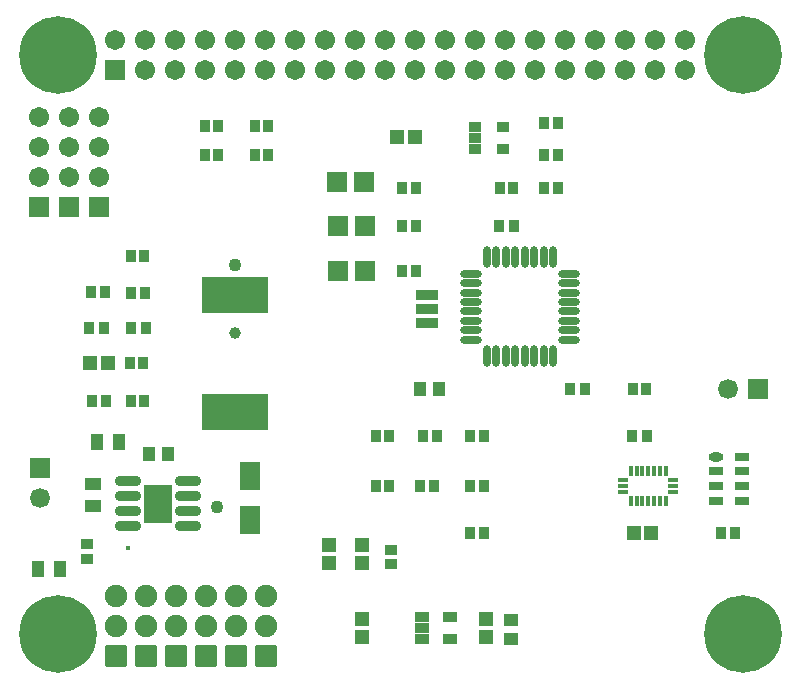
<source format=gts>
G04 Layer_Color=20142*
%FSLAX25Y25*%
%MOIN*%
G70*
G01*
G75*
%ADD63R,0.07346X0.03446*%
%ADD64R,0.21906X0.12063*%
%ADD65O,0.07142X0.02811*%
%ADD66O,0.02811X0.07142*%
%ADD67R,0.04189X0.03205*%
%ADD68R,0.07142X0.09701*%
%ADD69R,0.06646X0.06646*%
%ADD70R,0.03402X0.03992*%
%ADD71R,0.03992X0.03402*%
%ADD72R,0.05764X0.04189*%
%ADD73R,0.04976X0.03205*%
%ADD74R,0.04976X0.03008*%
%ADD75O,0.04976X0.03008*%
%ADD76R,0.04780X0.04583*%
%ADD77R,0.09701X0.12850*%
%ADD78O,0.08913X0.03402*%
%ADD79R,0.03303X0.01630*%
%ADD80R,0.01630X0.03303*%
%ADD81R,0.03598X0.03992*%
%ADD82R,0.04189X0.04583*%
%ADD83R,0.04583X0.04780*%
%ADD84R,0.04583X0.04189*%
%ADD85R,0.03992X0.03598*%
%ADD86R,0.04189X0.05764*%
%ADD87R,0.06748X0.06748*%
%ADD88C,0.06748*%
G04:AMPARAMS|DCode=89|XSize=75.35mil|YSize=75.35mil|CornerRadius=10.12mil|HoleSize=0mil|Usage=FLASHONLY|Rotation=90.000|XOffset=0mil|YOffset=0mil|HoleType=Round|Shape=RoundedRectangle|*
%AMROUNDEDRECTD89*
21,1,0.07535,0.05512,0,0,90.0*
21,1,0.05512,0.07535,0,0,90.0*
1,1,0.02024,0.02756,0.02756*
1,1,0.02024,0.02756,-0.02756*
1,1,0.02024,-0.02756,-0.02756*
1,1,0.02024,-0.02756,0.02756*
%
%ADD89ROUNDEDRECTD89*%
%ADD90C,0.07535*%
%ADD91C,0.06646*%
%ADD92R,0.06646X0.06646*%
%ADD93C,0.25843*%
%ADD94C,0.03244*%
%ADD95C,0.01457*%
%ADD96C,0.03937*%
%ADD97C,0.04331*%
D63*
X156496Y137008D02*
D03*
Y141732D02*
D03*
Y146532D02*
D03*
D64*
X92520Y146457D02*
D03*
Y107480D02*
D03*
D65*
X171063Y153524D02*
D03*
Y150374D02*
D03*
Y147224D02*
D03*
Y144075D02*
D03*
Y140925D02*
D03*
Y137776D02*
D03*
Y134626D02*
D03*
Y131476D02*
D03*
X203937D02*
D03*
Y134626D02*
D03*
Y137776D02*
D03*
Y140925D02*
D03*
Y144075D02*
D03*
Y147224D02*
D03*
Y150374D02*
D03*
Y153524D02*
D03*
D66*
X176476Y126063D02*
D03*
X179626D02*
D03*
X182776D02*
D03*
X185925D02*
D03*
X189075D02*
D03*
X192224D02*
D03*
X195374D02*
D03*
X198524D02*
D03*
Y158937D02*
D03*
X195374D02*
D03*
X192224D02*
D03*
X189075D02*
D03*
X185925D02*
D03*
X182776D02*
D03*
X179626D02*
D03*
X176476D02*
D03*
D67*
X181890Y202559D02*
D03*
Y195079D02*
D03*
X172441D02*
D03*
Y198819D02*
D03*
Y202559D02*
D03*
D68*
X97441Y71457D02*
D03*
Y86024D02*
D03*
D69*
X126406Y184055D02*
D03*
X135406D02*
D03*
X135827Y169291D02*
D03*
X126827D02*
D03*
X135827Y154528D02*
D03*
X126827D02*
D03*
X266811Y115157D02*
D03*
D70*
X195571Y192913D02*
D03*
X200098D02*
D03*
Y203740D02*
D03*
X195571D02*
D03*
X185335Y182087D02*
D03*
X180807D02*
D03*
X82382Y202756D02*
D03*
X86909D02*
D03*
X99114D02*
D03*
X103642D02*
D03*
X82382Y192913D02*
D03*
X86910D02*
D03*
X99114D02*
D03*
X103642D02*
D03*
X148327Y154528D02*
D03*
X152854D02*
D03*
X148327Y169291D02*
D03*
X152854D02*
D03*
X139468Y99409D02*
D03*
X143996D02*
D03*
X148327Y182087D02*
D03*
X152854D02*
D03*
X155217Y99409D02*
D03*
X159744D02*
D03*
X139468Y82677D02*
D03*
X143996D02*
D03*
X170965Y99409D02*
D03*
X175492D02*
D03*
X154232Y82677D02*
D03*
X158760D02*
D03*
X170965D02*
D03*
X175492D02*
D03*
X170965Y66929D02*
D03*
X175492D02*
D03*
X62303Y159449D02*
D03*
X57776D02*
D03*
X62500Y147107D02*
D03*
X57972D02*
D03*
X62008Y123701D02*
D03*
X57480D02*
D03*
X57776Y111220D02*
D03*
X62303D02*
D03*
X200098Y182087D02*
D03*
X195571D02*
D03*
X44980Y111220D02*
D03*
X49508D02*
D03*
X229626Y115157D02*
D03*
X225098D02*
D03*
D71*
X43307Y63484D02*
D03*
Y58563D02*
D03*
D72*
X45276Y75984D02*
D03*
Y83465D02*
D03*
Y75984D02*
D03*
Y83465D02*
D03*
D73*
X164173Y39173D02*
D03*
Y31693D02*
D03*
X154724D02*
D03*
Y35433D02*
D03*
Y39173D02*
D03*
D74*
X261516Y92520D02*
D03*
Y87598D02*
D03*
Y82677D02*
D03*
Y77756D02*
D03*
X252953D02*
D03*
Y82677D02*
D03*
Y87598D02*
D03*
D75*
Y92520D02*
D03*
D76*
X152559Y199213D02*
D03*
X146654D02*
D03*
X225394Y66929D02*
D03*
X231299D02*
D03*
X50197Y123701D02*
D03*
X44291D02*
D03*
D77*
X66929Y76772D02*
D03*
D78*
X76969Y69272D02*
D03*
Y74272D02*
D03*
Y79272D02*
D03*
Y84272D02*
D03*
X56890Y69272D02*
D03*
Y74272D02*
D03*
Y79272D02*
D03*
Y84272D02*
D03*
D79*
X221998Y84596D02*
D03*
Y82628D02*
D03*
Y80659D02*
D03*
X238632D02*
D03*
Y82628D02*
D03*
Y84596D02*
D03*
D80*
X224410Y77657D02*
D03*
X226378D02*
D03*
X228347D02*
D03*
X230315D02*
D03*
X232284D02*
D03*
X234252D02*
D03*
X236221D02*
D03*
Y87598D02*
D03*
X234252D02*
D03*
X232284D02*
D03*
X230315D02*
D03*
X228347D02*
D03*
X226378D02*
D03*
X224410D02*
D03*
D81*
X180610Y169291D02*
D03*
X185531D02*
D03*
X254429Y66929D02*
D03*
X259350D02*
D03*
X229823Y99409D02*
D03*
X224902D02*
D03*
X44390Y147244D02*
D03*
X49311D02*
D03*
X43996Y135433D02*
D03*
X48917D02*
D03*
X57775D02*
D03*
X62697D02*
D03*
X204232Y115157D02*
D03*
X209154D02*
D03*
D82*
X160630D02*
D03*
X154331D02*
D03*
X70079Y93504D02*
D03*
X63780D02*
D03*
D83*
X176181Y38386D02*
D03*
Y32480D02*
D03*
X134843Y38386D02*
D03*
Y32480D02*
D03*
X124016Y62992D02*
D03*
Y57087D02*
D03*
X134843Y62992D02*
D03*
Y57087D02*
D03*
D84*
X184646Y31890D02*
D03*
Y38189D02*
D03*
D85*
X144685Y61516D02*
D03*
Y56594D02*
D03*
D86*
X53937Y97441D02*
D03*
X46457D02*
D03*
X53937D02*
D03*
X46457D02*
D03*
X26772Y55118D02*
D03*
X34252D02*
D03*
X26772D02*
D03*
X34252D02*
D03*
D87*
X52638Y221378D02*
D03*
X37106Y175866D02*
D03*
X47106Y175866D02*
D03*
X27106Y175866D02*
D03*
D88*
X52638Y231378D02*
D03*
X62638D02*
D03*
Y221378D02*
D03*
X72638D02*
D03*
Y231378D02*
D03*
X92638D02*
D03*
Y221378D02*
D03*
X82638D02*
D03*
Y231378D02*
D03*
X122638D02*
D03*
Y221378D02*
D03*
X132638D02*
D03*
Y231378D02*
D03*
X112638D02*
D03*
Y221378D02*
D03*
X102638D02*
D03*
Y231378D02*
D03*
X152638D02*
D03*
Y221378D02*
D03*
X142638D02*
D03*
Y231378D02*
D03*
X242638D02*
D03*
Y221378D02*
D03*
X202638Y231378D02*
D03*
Y221378D02*
D03*
X212638D02*
D03*
Y231378D02*
D03*
X232638D02*
D03*
Y221378D02*
D03*
X222638D02*
D03*
Y231378D02*
D03*
X182638D02*
D03*
Y221378D02*
D03*
X192638D02*
D03*
Y231378D02*
D03*
X172638D02*
D03*
Y221378D02*
D03*
X162638D02*
D03*
Y231378D02*
D03*
X37106Y185866D02*
D03*
Y195866D02*
D03*
Y205866D02*
D03*
X47106Y185866D02*
D03*
Y195866D02*
D03*
Y205866D02*
D03*
X27106Y185866D02*
D03*
Y195866D02*
D03*
Y205866D02*
D03*
D89*
X102752Y25943D02*
D03*
X52752D02*
D03*
X62752D02*
D03*
X72752D02*
D03*
X82752D02*
D03*
X92752D02*
D03*
D90*
X102752Y35943D02*
D03*
Y45943D02*
D03*
X52752Y35943D02*
D03*
Y45943D02*
D03*
X62752Y35943D02*
D03*
Y45943D02*
D03*
X72752Y35943D02*
D03*
Y45943D02*
D03*
X82752Y35943D02*
D03*
Y45943D02*
D03*
X92752Y35943D02*
D03*
Y45943D02*
D03*
D91*
X256811Y115157D02*
D03*
X27559Y78661D02*
D03*
D92*
Y88661D02*
D03*
D93*
X33465Y33465D02*
D03*
X261811D02*
D03*
Y226378D02*
D03*
X33465D02*
D03*
D94*
X68898Y74803D02*
D03*
X64961D02*
D03*
Y80709D02*
D03*
X68898D02*
D03*
D95*
X56890Y62205D02*
D03*
D96*
X92520Y133858D02*
D03*
D97*
Y156496D02*
D03*
X86614Y75787D02*
D03*
M02*

</source>
